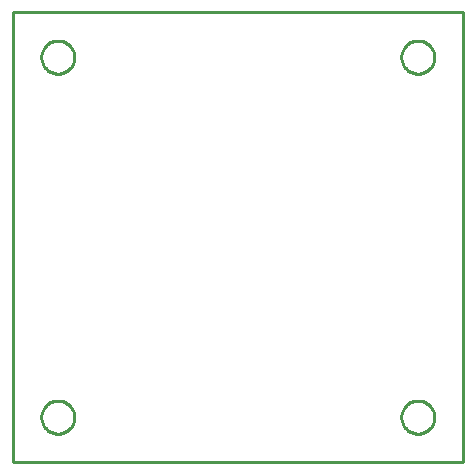
<source format=gbr>
G04 EAGLE Gerber RS-274X export*
G75*
%MOMM*%
%FSLAX34Y34*%
%LPD*%
%IN*%
%IPPOS*%
%AMOC8*
5,1,8,0,0,1.08239X$1,22.5*%
G01*
%ADD10C,0.254000*%


D10*
X0Y0D02*
X381000Y0D01*
X381000Y381000D01*
X0Y381000D01*
X0Y0D01*
X52100Y37600D02*
X52029Y36603D01*
X51886Y35613D01*
X51674Y34636D01*
X51392Y33676D01*
X51043Y32739D01*
X50627Y31829D01*
X50148Y30952D01*
X49607Y30110D01*
X49008Y29310D01*
X48353Y28554D01*
X47646Y27847D01*
X46890Y27192D01*
X46090Y26593D01*
X45248Y26052D01*
X44371Y25573D01*
X43461Y25157D01*
X42524Y24808D01*
X41565Y24526D01*
X40587Y24314D01*
X39598Y24171D01*
X38600Y24100D01*
X37600Y24100D01*
X36603Y24171D01*
X35613Y24314D01*
X34636Y24526D01*
X33676Y24808D01*
X32739Y25157D01*
X31829Y25573D01*
X30952Y26052D01*
X30110Y26593D01*
X29310Y27192D01*
X28554Y27847D01*
X27847Y28554D01*
X27192Y29310D01*
X26593Y30110D01*
X26052Y30952D01*
X25573Y31829D01*
X25157Y32739D01*
X24808Y33676D01*
X24526Y34636D01*
X24314Y35613D01*
X24171Y36603D01*
X24100Y37600D01*
X24100Y38600D01*
X24171Y39598D01*
X24314Y40587D01*
X24526Y41565D01*
X24808Y42524D01*
X25157Y43461D01*
X25573Y44371D01*
X26052Y45248D01*
X26593Y46090D01*
X27192Y46890D01*
X27847Y47646D01*
X28554Y48353D01*
X29310Y49008D01*
X30110Y49607D01*
X30952Y50148D01*
X31829Y50627D01*
X32739Y51043D01*
X33676Y51392D01*
X34636Y51674D01*
X35613Y51886D01*
X36603Y52029D01*
X37600Y52100D01*
X38600Y52100D01*
X39598Y52029D01*
X40587Y51886D01*
X41565Y51674D01*
X42524Y51392D01*
X43461Y51043D01*
X44371Y50627D01*
X45248Y50148D01*
X46090Y49607D01*
X46890Y49008D01*
X47646Y48353D01*
X48353Y47646D01*
X49008Y46890D01*
X49607Y46090D01*
X50148Y45248D01*
X50627Y44371D01*
X51043Y43461D01*
X51392Y42524D01*
X51674Y41565D01*
X51886Y40587D01*
X52029Y39598D01*
X52100Y38600D01*
X52100Y37600D01*
X52100Y342400D02*
X52029Y341403D01*
X51886Y340413D01*
X51674Y339436D01*
X51392Y338476D01*
X51043Y337539D01*
X50627Y336629D01*
X50148Y335752D01*
X49607Y334910D01*
X49008Y334110D01*
X48353Y333354D01*
X47646Y332647D01*
X46890Y331992D01*
X46090Y331393D01*
X45248Y330852D01*
X44371Y330373D01*
X43461Y329957D01*
X42524Y329608D01*
X41565Y329326D01*
X40587Y329114D01*
X39598Y328971D01*
X38600Y328900D01*
X37600Y328900D01*
X36603Y328971D01*
X35613Y329114D01*
X34636Y329326D01*
X33676Y329608D01*
X32739Y329957D01*
X31829Y330373D01*
X30952Y330852D01*
X30110Y331393D01*
X29310Y331992D01*
X28554Y332647D01*
X27847Y333354D01*
X27192Y334110D01*
X26593Y334910D01*
X26052Y335752D01*
X25573Y336629D01*
X25157Y337539D01*
X24808Y338476D01*
X24526Y339436D01*
X24314Y340413D01*
X24171Y341403D01*
X24100Y342400D01*
X24100Y343400D01*
X24171Y344398D01*
X24314Y345387D01*
X24526Y346365D01*
X24808Y347324D01*
X25157Y348261D01*
X25573Y349171D01*
X26052Y350048D01*
X26593Y350890D01*
X27192Y351690D01*
X27847Y352446D01*
X28554Y353153D01*
X29310Y353808D01*
X30110Y354407D01*
X30952Y354948D01*
X31829Y355427D01*
X32739Y355843D01*
X33676Y356192D01*
X34636Y356474D01*
X35613Y356686D01*
X36603Y356829D01*
X37600Y356900D01*
X38600Y356900D01*
X39598Y356829D01*
X40587Y356686D01*
X41565Y356474D01*
X42524Y356192D01*
X43461Y355843D01*
X44371Y355427D01*
X45248Y354948D01*
X46090Y354407D01*
X46890Y353808D01*
X47646Y353153D01*
X48353Y352446D01*
X49008Y351690D01*
X49607Y350890D01*
X50148Y350048D01*
X50627Y349171D01*
X51043Y348261D01*
X51392Y347324D01*
X51674Y346365D01*
X51886Y345387D01*
X52029Y344398D01*
X52100Y343400D01*
X52100Y342400D01*
X356900Y342400D02*
X356829Y341403D01*
X356686Y340413D01*
X356474Y339436D01*
X356192Y338476D01*
X355843Y337539D01*
X355427Y336629D01*
X354948Y335752D01*
X354407Y334910D01*
X353808Y334110D01*
X353153Y333354D01*
X352446Y332647D01*
X351690Y331992D01*
X350890Y331393D01*
X350048Y330852D01*
X349171Y330373D01*
X348261Y329957D01*
X347324Y329608D01*
X346365Y329326D01*
X345387Y329114D01*
X344398Y328971D01*
X343400Y328900D01*
X342400Y328900D01*
X341403Y328971D01*
X340413Y329114D01*
X339436Y329326D01*
X338476Y329608D01*
X337539Y329957D01*
X336629Y330373D01*
X335752Y330852D01*
X334910Y331393D01*
X334110Y331992D01*
X333354Y332647D01*
X332647Y333354D01*
X331992Y334110D01*
X331393Y334910D01*
X330852Y335752D01*
X330373Y336629D01*
X329957Y337539D01*
X329608Y338476D01*
X329326Y339436D01*
X329114Y340413D01*
X328971Y341403D01*
X328900Y342400D01*
X328900Y343400D01*
X328971Y344398D01*
X329114Y345387D01*
X329326Y346365D01*
X329608Y347324D01*
X329957Y348261D01*
X330373Y349171D01*
X330852Y350048D01*
X331393Y350890D01*
X331992Y351690D01*
X332647Y352446D01*
X333354Y353153D01*
X334110Y353808D01*
X334910Y354407D01*
X335752Y354948D01*
X336629Y355427D01*
X337539Y355843D01*
X338476Y356192D01*
X339436Y356474D01*
X340413Y356686D01*
X341403Y356829D01*
X342400Y356900D01*
X343400Y356900D01*
X344398Y356829D01*
X345387Y356686D01*
X346365Y356474D01*
X347324Y356192D01*
X348261Y355843D01*
X349171Y355427D01*
X350048Y354948D01*
X350890Y354407D01*
X351690Y353808D01*
X352446Y353153D01*
X353153Y352446D01*
X353808Y351690D01*
X354407Y350890D01*
X354948Y350048D01*
X355427Y349171D01*
X355843Y348261D01*
X356192Y347324D01*
X356474Y346365D01*
X356686Y345387D01*
X356829Y344398D01*
X356900Y343400D01*
X356900Y342400D01*
X356900Y37600D02*
X356829Y36603D01*
X356686Y35613D01*
X356474Y34636D01*
X356192Y33676D01*
X355843Y32739D01*
X355427Y31829D01*
X354948Y30952D01*
X354407Y30110D01*
X353808Y29310D01*
X353153Y28554D01*
X352446Y27847D01*
X351690Y27192D01*
X350890Y26593D01*
X350048Y26052D01*
X349171Y25573D01*
X348261Y25157D01*
X347324Y24808D01*
X346365Y24526D01*
X345387Y24314D01*
X344398Y24171D01*
X343400Y24100D01*
X342400Y24100D01*
X341403Y24171D01*
X340413Y24314D01*
X339436Y24526D01*
X338476Y24808D01*
X337539Y25157D01*
X336629Y25573D01*
X335752Y26052D01*
X334910Y26593D01*
X334110Y27192D01*
X333354Y27847D01*
X332647Y28554D01*
X331992Y29310D01*
X331393Y30110D01*
X330852Y30952D01*
X330373Y31829D01*
X329957Y32739D01*
X329608Y33676D01*
X329326Y34636D01*
X329114Y35613D01*
X328971Y36603D01*
X328900Y37600D01*
X328900Y38600D01*
X328971Y39598D01*
X329114Y40587D01*
X329326Y41565D01*
X329608Y42524D01*
X329957Y43461D01*
X330373Y44371D01*
X330852Y45248D01*
X331393Y46090D01*
X331992Y46890D01*
X332647Y47646D01*
X333354Y48353D01*
X334110Y49008D01*
X334910Y49607D01*
X335752Y50148D01*
X336629Y50627D01*
X337539Y51043D01*
X338476Y51392D01*
X339436Y51674D01*
X340413Y51886D01*
X341403Y52029D01*
X342400Y52100D01*
X343400Y52100D01*
X344398Y52029D01*
X345387Y51886D01*
X346365Y51674D01*
X347324Y51392D01*
X348261Y51043D01*
X349171Y50627D01*
X350048Y50148D01*
X350890Y49607D01*
X351690Y49008D01*
X352446Y48353D01*
X353153Y47646D01*
X353808Y46890D01*
X354407Y46090D01*
X354948Y45248D01*
X355427Y44371D01*
X355843Y43461D01*
X356192Y42524D01*
X356474Y41565D01*
X356686Y40587D01*
X356829Y39598D01*
X356900Y38600D01*
X356900Y37600D01*
M02*

</source>
